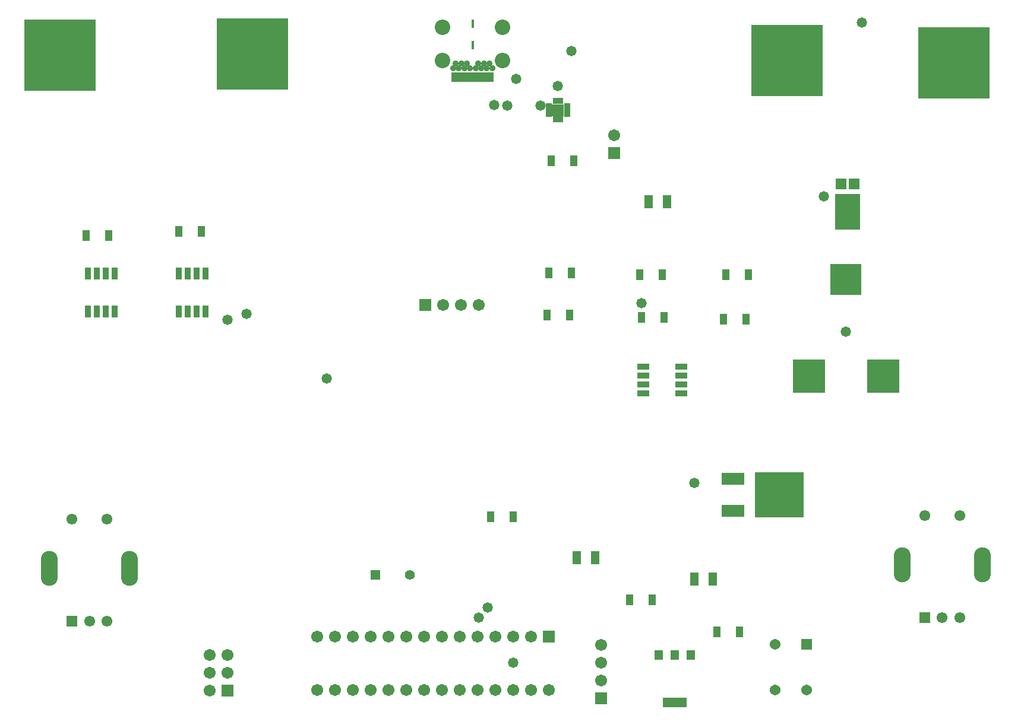
<source format=gts>
G04*
G04 #@! TF.GenerationSoftware,Altium Limited,Altium Designer,22.11.1 (43)*
G04*
G04 Layer_Color=8388736*
%FSLAX25Y25*%
%MOIN*%
G70*
G04*
G04 #@! TF.SameCoordinates,C3DCF227-2B7A-40B4-8179-D348CCFE8E73*
G04*
G04*
G04 #@! TF.FilePolarity,Negative*
G04*
G01*
G75*
%ADD22R,0.03937X0.05906*%
%ADD35R,0.04540X0.05721*%
%ADD36R,0.13398X0.05721*%
%ADD37R,0.01981X0.05524*%
%ADD38R,0.01587X0.04737*%
%ADD39R,0.05131X0.07493*%
%ADD40R,0.06272X0.06312*%
%ADD41R,0.14028X0.19934*%
%ADD42R,0.06804X0.03359*%
%ADD43R,0.18123X0.18517*%
%ADD44R,0.17729X0.17729*%
%ADD45R,0.01981X0.03556*%
%ADD46R,0.03556X0.01981*%
%ADD47R,0.06706X0.06706*%
%ADD48R,0.12611X0.06706*%
%ADD49R,0.27572X0.25406*%
%ADD50R,0.03359X0.06804*%
%ADD51C,0.06706*%
%ADD52C,0.03556*%
%ADD53C,0.08713*%
%ADD54R,0.06706X0.06706*%
%ADD55C,0.06063*%
%ADD56R,0.06063X0.06063*%
%ADD57R,0.40170X0.40170*%
G04:AMPARAMS|DCode=58|XSize=94.49mil|YSize=196.85mil|CornerRadius=47.24mil|HoleSize=0mil|Usage=FLASHONLY|Rotation=0.000|XOffset=0mil|YOffset=0mil|HoleType=Round|Shape=RoundedRectangle|*
%AMROUNDEDRECTD58*
21,1,0.09449,0.10236,0,0,0.0*
21,1,0.00000,0.19685,0,0,0.0*
1,1,0.09449,0.00000,-0.05118*
1,1,0.09449,0.00000,-0.05118*
1,1,0.09449,0.00000,0.05118*
1,1,0.09449,0.00000,0.05118*
%
%ADD58ROUNDEDRECTD58*%
%ADD59C,0.06102*%
%ADD60R,0.06102X0.06102*%
%ADD61R,0.05524X0.05524*%
%ADD62C,0.05524*%
%ADD63C,0.05800*%
D22*
X435098Y413000D02*
D03*
X422500D02*
D03*
X401299Y213000D02*
D03*
X388701D02*
D03*
X479098Y166500D02*
D03*
X466500D02*
D03*
X161500Y371000D02*
D03*
X174098D02*
D03*
X515701Y148500D02*
D03*
X528299D02*
D03*
X433799Y350000D02*
D03*
X421201D02*
D03*
X484799Y349000D02*
D03*
X472201D02*
D03*
X533299D02*
D03*
X520701D02*
D03*
X432799Y326500D02*
D03*
X420201D02*
D03*
X485799Y325000D02*
D03*
X473201D02*
D03*
X531799Y324000D02*
D03*
X519201D02*
D03*
X213701Y373500D02*
D03*
X226299D02*
D03*
D35*
X501055Y135386D02*
D03*
X492000D02*
D03*
X482945D02*
D03*
D36*
X492000Y108614D02*
D03*
D37*
X389327Y459968D02*
D03*
X387358D02*
D03*
X385390D02*
D03*
X383421D02*
D03*
X381453D02*
D03*
X379484D02*
D03*
X377516D02*
D03*
X375547D02*
D03*
X373579D02*
D03*
X371610D02*
D03*
X369642D02*
D03*
X367673D02*
D03*
D38*
X378500Y478000D02*
D03*
Y490205D02*
D03*
D39*
X436882Y190000D02*
D03*
X447118D02*
D03*
X513118Y178000D02*
D03*
X502882D02*
D03*
X487618Y390000D02*
D03*
X477382D02*
D03*
D40*
X585378Y400177D02*
D03*
X592622D02*
D03*
D41*
X589000Y384500D02*
D03*
D42*
X495677Y282500D02*
D03*
Y287500D02*
D03*
Y292500D02*
D03*
Y297500D02*
D03*
X474323D02*
D03*
Y292500D02*
D03*
Y287500D02*
D03*
Y282500D02*
D03*
D43*
X567134Y292032D02*
D03*
X608866D02*
D03*
D44*
X588000Y346362D02*
D03*
D45*
X428350Y446634D02*
D03*
X426382D02*
D03*
X424413D02*
D03*
Y436398D02*
D03*
X426382D02*
D03*
X428350D02*
D03*
D46*
X421264Y444469D02*
D03*
Y442500D02*
D03*
Y440532D02*
D03*
Y438563D02*
D03*
X431500D02*
D03*
Y440532D02*
D03*
Y442500D02*
D03*
Y444469D02*
D03*
D47*
X426382Y441516D02*
D03*
X352000Y332000D02*
D03*
D48*
X524516Y234500D02*
D03*
Y216500D02*
D03*
D49*
X550500Y225500D02*
D03*
D50*
X213500Y328323D02*
D03*
X218500D02*
D03*
X223500D02*
D03*
X228500D02*
D03*
Y349677D02*
D03*
X223500D02*
D03*
X218500D02*
D03*
X213500D02*
D03*
X162500Y328323D02*
D03*
X167500D02*
D03*
X172500D02*
D03*
X177500D02*
D03*
Y349677D02*
D03*
X172500D02*
D03*
X167500D02*
D03*
X162500D02*
D03*
D51*
X382000Y332000D02*
D03*
X372000D02*
D03*
X362000D02*
D03*
X458000Y427500D02*
D03*
X231000Y115500D02*
D03*
X241000Y125500D02*
D03*
X231000D02*
D03*
X241000Y135500D02*
D03*
X231000D02*
D03*
X291358Y115705D02*
D03*
X301358D02*
D03*
X311358D02*
D03*
X321358D02*
D03*
X331358D02*
D03*
X341358D02*
D03*
X351358D02*
D03*
X361358D02*
D03*
X371358D02*
D03*
X381358D02*
D03*
X391358D02*
D03*
X401358D02*
D03*
X411358D02*
D03*
X421358D02*
D03*
X291358Y145705D02*
D03*
X301358D02*
D03*
X311358D02*
D03*
X321358D02*
D03*
X331358D02*
D03*
X341358D02*
D03*
X351358D02*
D03*
X361358D02*
D03*
X371358D02*
D03*
X381358D02*
D03*
X391358D02*
D03*
X401358D02*
D03*
X411358D02*
D03*
X450500Y141000D02*
D03*
Y131000D02*
D03*
Y121000D02*
D03*
D52*
X367476Y464890D02*
D03*
X369051Y467646D02*
D03*
X372201D02*
D03*
X373776Y464890D02*
D03*
X375350Y467646D02*
D03*
X376925Y464890D02*
D03*
X380075D02*
D03*
X381650Y467646D02*
D03*
X383224Y464890D02*
D03*
X384799Y467646D02*
D03*
X387949D02*
D03*
X389524Y464890D02*
D03*
X386374D02*
D03*
X370626D02*
D03*
D53*
X395311Y469417D02*
D03*
X361689D02*
D03*
X395311Y488039D02*
D03*
X361689D02*
D03*
D54*
X458000Y417500D02*
D03*
X241000Y115500D02*
D03*
X421358Y145705D02*
D03*
X450500Y111000D02*
D03*
D55*
X548142Y115705D02*
D03*
Y141295D02*
D03*
X565858Y115705D02*
D03*
D56*
Y141295D02*
D03*
D57*
X648500Y468000D02*
D03*
X255000Y473000D02*
D03*
X147000Y472500D02*
D03*
X555000Y469500D02*
D03*
D58*
X185941Y184000D02*
D03*
X141059D02*
D03*
X664441Y186000D02*
D03*
X619559D02*
D03*
D59*
X163500Y154472D02*
D03*
X173342D02*
D03*
Y211559D02*
D03*
X153657D02*
D03*
X642000Y156473D02*
D03*
X651843D02*
D03*
Y213559D02*
D03*
X632158D02*
D03*
D60*
X153657Y154472D02*
D03*
X632158Y156473D02*
D03*
D61*
X323894Y180500D02*
D03*
D62*
X343106D02*
D03*
D63*
X473201Y333099D02*
D03*
X433800Y474600D02*
D03*
X402800Y458900D02*
D03*
X296400Y290700D02*
D03*
X596900Y490700D02*
D03*
X416700Y444000D02*
D03*
X390400Y444400D02*
D03*
X398000Y444200D02*
D03*
X426382Y455000D02*
D03*
X575600Y393100D02*
D03*
X588000Y317100D02*
D03*
X502882Y231982D02*
D03*
X386900Y162000D02*
D03*
X382053Y156400D02*
D03*
X251500Y327000D02*
D03*
X241000Y323800D02*
D03*
X401358Y131000D02*
D03*
M02*

</source>
